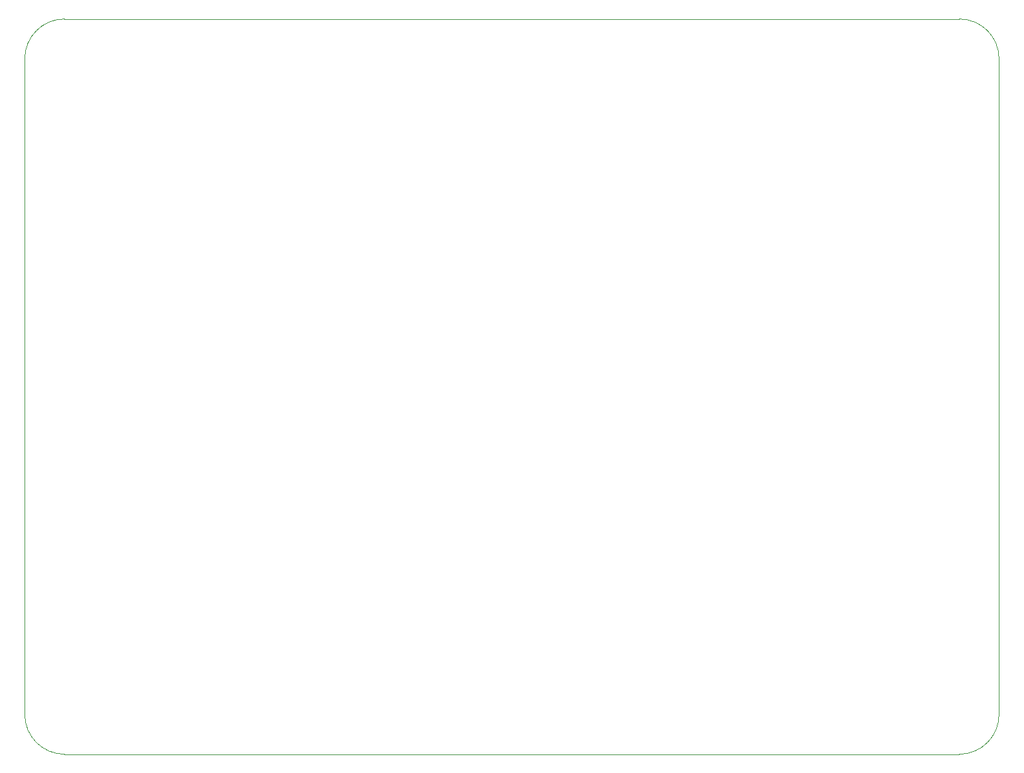
<source format=gbr>
%TF.GenerationSoftware,KiCad,Pcbnew,7.0.1*%
%TF.CreationDate,2023-05-05T18:30:55-04:00*%
%TF.ProjectId,PCB_BioGenius,5043425f-4269-46f4-9765-6e6975732e6b,rev?*%
%TF.SameCoordinates,Original*%
%TF.FileFunction,Profile,NP*%
%FSLAX46Y46*%
G04 Gerber Fmt 4.6, Leading zero omitted, Abs format (unit mm)*
G04 Created by KiCad (PCBNEW 7.0.1) date 2023-05-05 18:30:55*
%MOMM*%
%LPD*%
G01*
G04 APERTURE LIST*
%TA.AperFunction,Profile*%
%ADD10C,0.100000*%
%TD*%
G04 APERTURE END LIST*
D10*
X205740000Y-83820000D02*
X205740000Y-167640000D01*
X200660000Y-78740000D02*
X86360000Y-78740000D01*
X81280000Y-83820000D02*
X81280000Y-167640000D01*
X86360000Y-78740000D02*
G75*
G03*
X81280000Y-83820000I0J-5080000D01*
G01*
X86360000Y-172720000D02*
X200660000Y-172719999D01*
X200660001Y-172720000D02*
G75*
G03*
X205740000Y-167640000I-1J5080000D01*
G01*
X205740000Y-83820000D02*
G75*
G03*
X200660000Y-78740000I-5080000J0D01*
G01*
X81280000Y-167640000D02*
G75*
G03*
X86360000Y-172720000I5080000J0D01*
G01*
M02*

</source>
